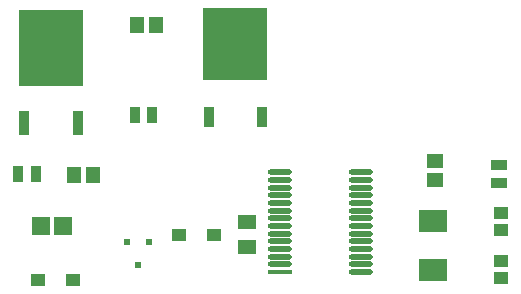
<source format=gbp>
G04*
G04 #@! TF.GenerationSoftware,Altium Limited,Altium Designer,23.0.1 (38)*
G04*
G04 Layer_Color=128*
%FSLAX44Y44*%
%MOMM*%
G71*
G04*
G04 #@! TF.SameCoordinates,29EA246D-3BC2-426E-A151-39073B1FECC7*
G04*
G04*
G04 #@! TF.FilePolarity,Positive*
G04*
G01*
G75*
%ADD22R,1.3046X1.4562*%
%ADD26R,0.9500X1.3500*%
%ADD34R,1.3500X0.9500*%
G04:AMPARAMS|DCode=75|XSize=2.0528mm|YSize=0.4549mm|CornerRadius=0.2275mm|HoleSize=0mm|Usage=FLASHONLY|Rotation=0.000|XOffset=0mm|YOffset=0mm|HoleType=Round|Shape=RoundedRectangle|*
%AMROUNDEDRECTD75*
21,1,2.0528,0.0000,0,0,0.0*
21,1,1.5979,0.4549,0,0,0.0*
1,1,0.4549,0.7990,0.0000*
1,1,0.4549,-0.7990,0.0000*
1,1,0.4549,-0.7990,0.0000*
1,1,0.4549,0.7990,0.0000*
%
%ADD75ROUNDEDRECTD75*%
%ADD76R,2.0528X0.4549*%
%ADD77R,0.9500X2.1000*%
%ADD78R,0.9000X1.8000*%
%ADD79R,1.4562X1.3046*%
%ADD80R,1.5082X1.2065*%
%ADD81R,5.4500X6.2000*%
%ADD82R,1.2200X1.1200*%
%ADD83R,1.3082X1.0057*%
%ADD84R,2.4000X1.9000*%
%ADD86R,5.5000X6.5000*%
%ADD87R,1.5534X1.5562*%
%ADD94R,0.5000X0.6000*%
D22*
X1355528Y435610D02*
D03*
X1408868Y562610D02*
D03*
X1392752D02*
D03*
X1339412Y435610D02*
D03*
D26*
X1390650Y486410D02*
D03*
X1405650D02*
D03*
X1291830Y436880D02*
D03*
X1306830D02*
D03*
D34*
X1699260Y444260D02*
D03*
Y429260D02*
D03*
D75*
X1582343Y353730D02*
D03*
Y360230D02*
D03*
Y366730D02*
D03*
Y373230D02*
D03*
Y379730D02*
D03*
Y386230D02*
D03*
Y392730D02*
D03*
Y399230D02*
D03*
Y405730D02*
D03*
Y412230D02*
D03*
Y418730D02*
D03*
Y425230D02*
D03*
Y431730D02*
D03*
Y438230D02*
D03*
X1513840D02*
D03*
Y431730D02*
D03*
Y425230D02*
D03*
Y418730D02*
D03*
Y412230D02*
D03*
Y405730D02*
D03*
Y399230D02*
D03*
Y392730D02*
D03*
Y386230D02*
D03*
Y379730D02*
D03*
Y373230D02*
D03*
Y366730D02*
D03*
Y360230D02*
D03*
D76*
Y353730D02*
D03*
D77*
X1296670Y480060D02*
D03*
X1342270D02*
D03*
D78*
X1453160Y485050D02*
D03*
X1498760D02*
D03*
D79*
X1644650Y447478D02*
D03*
Y431362D02*
D03*
D80*
X1485900Y375223D02*
D03*
Y396240D02*
D03*
D81*
X1475960Y547050D02*
D03*
D82*
X1427720Y384810D02*
D03*
X1457720D02*
D03*
X1338340Y346710D02*
D03*
X1308340D02*
D03*
D83*
X1700530Y388978D02*
D03*
Y403502D02*
D03*
Y348338D02*
D03*
Y362862D02*
D03*
D84*
X1643380Y396600D02*
D03*
Y355600D02*
D03*
D86*
X1319470Y543060D02*
D03*
D87*
X1311546Y392430D02*
D03*
X1330054D02*
D03*
D94*
X1383690Y379570D02*
D03*
X1402690D02*
D03*
X1393190Y359570D02*
D03*
M02*

</source>
